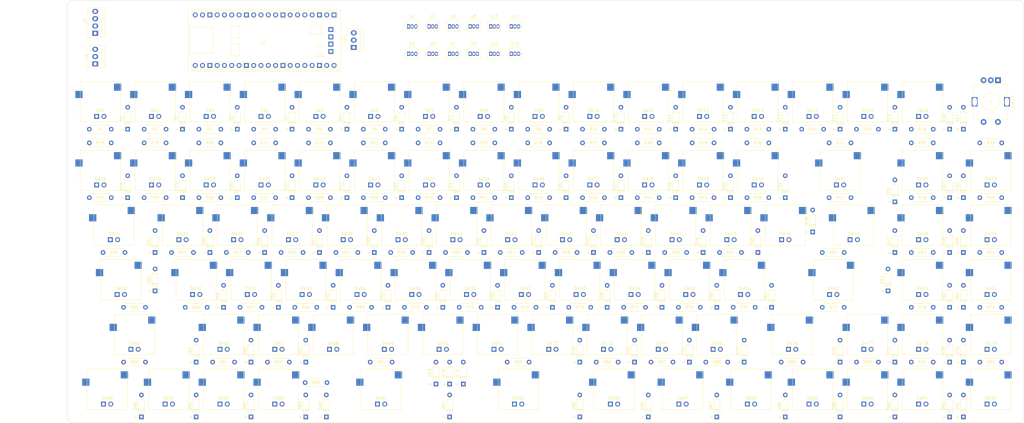
<source format=kicad_pcb>
(kicad_pcb (version 20211014) (generator pcbnew)
  (layers (0 "F.Cu" signal) (31 "B.Cu" signal) (34 "B.Paste" user) (35 "F.Paste" user) (36 "B.SilkS" user "B.Silkscreen") (37 "F.SilkS" user "F.Silkscreen") (38 "B.Mask" user) (39 "F.Mask" user) (44 "Edge.Cuts" user))
  (net 0 "")
  (net 1 "/row0")
  (net 2 "Net-(D1-Pad2)")
  (net 3 "Net-(D2-Pad2)")
  (net 4 "Net-(D3-Pad2)")
  (net 5 "Net-(D4-Pad2)")
  (net 6 "Net-(D5-Pad2)")
  (net 7 "Net-(D6-Pad2)")
  (net 8 "Net-(D7-Pad2)")
  (net 9 "Net-(D8-Pad2)")
  (net 10 "Net-(D9-Pad2)")
  (net 11 "Net-(D10-Pad2)")
  (net 12 "Net-(D11-Pad2)")
  (net 13 "Net-(D12-Pad2)")
  (net 14 "Net-(D13-Pad2)")
  (net 15 "Net-(D14-Pad2)")
  (net 16 "Net-(D15-Pad2)")
  (net 17 "Net-(D16-Pad2)")
  (net 18 "Net-(D17-Pad2)")
  (net 19 "/row1")
  (net 20 "Net-(D18-Pad2)")
  (net 21 "Net-(D19-Pad2)")
  (net 22 "Net-(D20-Pad2)")
  (net 23 "Net-(D21-Pad2)")
  (net 24 "Net-(D22-Pad2)")
  (net 25 "Net-(D23-Pad2)")
  (net 26 "Net-(D24-Pad2)")
  (net 27 "Net-(D25-Pad2)")
  (net 28 "Net-(D26-Pad2)")
  (net 29 "Net-(D27-Pad2)")
  (net 30 "Net-(D28-Pad2)")
  (net 31 "Net-(D29-Pad2)")
  (net 32 "Net-(D30-Pad2)")
  (net 33 "Net-(D31-Pad2)")
  (net 34 "Net-(D32-Pad2)")
  (net 35 "Net-(D33-Pad2)")
  (net 36 "/row2")
  (net 37 "Net-(D34-Pad2)")
  (net 38 "Net-(D35-Pad2)")
  (net 39 "Net-(D36-Pad2)")
  (net 40 "Net-(D37-Pad2)")
  (net 41 "Net-(D38-Pad2)")
  (net 42 "Net-(D39-Pad2)")
  (net 43 "Net-(D40-Pad2)")
  (net 44 "Net-(D41-Pad2)")
  (net 45 "Net-(D42-Pad2)")
  (net 46 "Net-(D43-Pad2)")
  (net 47 "Net-(D44-Pad2)")
  (net 48 "Net-(D45-Pad2)")
  (net 49 "Net-(D46-Pad2)")
  (net 50 "Net-(D47-Pad2)")
  (net 51 "Net-(D48-Pad2)")
  (net 52 "Net-(D49-Pad2)")
  (net 53 "/row3")
  (net 54 "Net-(D50-Pad2)")
  (net 55 "Net-(D51-Pad2)")
  (net 56 "Net-(D52-Pad2)")
  (net 57 "Net-(D53-Pad2)")
  (net 58 "Net-(D54-Pad2)")
  (net 59 "Net-(D55-Pad2)")
  (net 60 "Net-(D56-Pad2)")
  (net 61 "Net-(D57-Pad2)")
  (net 62 "Net-(D58-Pad2)")
  (net 63 "Net-(D59-Pad2)")
  (net 64 "Net-(D60-Pad2)")
  (net 65 "Net-(D61-Pad2)")
  (net 66 "Net-(D62-Pad2)")
  (net 67 "Net-(D63-Pad2)")
  (net 68 "Net-(D64-Pad2)")
  (net 69 "/row4")
  (net 70 "Net-(D65-Pad2)")
  (net 71 "Net-(D66-Pad2)")
  (net 72 "Net-(D67-Pad2)")
  (net 73 "Net-(D68-Pad2)")
  (net 74 "Net-(D69-Pad2)")
  (net 75 "Net-(D70-Pad2)")
  (net 76 "Net-(D71-Pad2)")
  (net 77 "Net-(D72-Pad2)")
  (net 78 "Net-(D73-Pad2)")
  (net 79 "Net-(D74-Pad2)")
  (net 80 "Net-(D75-Pad2)")
  (net 81 "Net-(D76-Pad2)")
  (net 82 "Net-(D77-Pad2)")
  (net 83 "Net-(D78-Pad2)")
  (net 84 "Net-(D79-Pad2)")
  (net 85 "/row5")
  (net 86 "Net-(D80-Pad2)")
  (net 87 "Net-(D81-Pad2)")
  (net 88 "Net-(D82-Pad2)")
  (net 89 "Net-(D83-Pad2)")
  (net 90 "Net-(D84-Pad2)")
  (net 91 "Net-(D85-Pad2)")
  (net 92 "Net-(D86-Pad2)")
  (net 93 "Net-(D87-Pad2)")
  (net 94 "Net-(D88-Pad2)")
  (net 95 "Net-(D89-Pad2)")
  (net 96 "Net-(D90-Pad2)")
  (net 97 "Net-(D91-Pad2)")
  (net 98 "Net-(D92-Pad2)")
  (net 99 "/LED_0_OUT")
  (net 100 "Net-(R1-Pad2)")
  (net 101 "Net-(R2-Pad2)")
  (net 102 "Net-(R3-Pad2)")
  (net 103 "Net-(R4-Pad2)")
  (net 104 "Net-(R5-Pad2)")
  (net 105 "Net-(R6-Pad2)")
  (net 106 "Net-(R7-Pad2)")
  (net 107 "Net-(R8-Pad2)")
  (net 108 "Net-(R9-Pad2)")
  (net 109 "Net-(R10-Pad2)")
  (net 110 "Net-(R11-Pad2)")
  (net 111 "Net-(R12-Pad2)")
  (net 112 "Net-(R13-Pad2)")
  (net 113 "Net-(R14-Pad2)")
  (net 114 "Net-(R15-Pad2)")
  (net 115 "/LED_1_OUT")
  (net 116 "Net-(R16-Pad2)")
  (net 117 "Net-(R18-Pad2)")
  (net 118 "Net-(R19-Pad2)")
  (net 119 "Net-(R20-Pad2)")
  (net 120 "Net-(R21-Pad2)")
  (net 121 "Net-(R22-Pad2)")
  (net 122 "Net-(R23-Pad2)")
  (net 123 "Net-(R24-Pad2)")
  (net 124 "Net-(R25-Pad2)")
  (net 125 "Net-(R26-Pad2)")
  (net 126 "Net-(R27-Pad2)")
  (net 127 "Net-(R28-Pad2)")
  (net 128 "Net-(R29-Pad2)")
  (net 129 "Net-(R30-Pad2)")
  (net 130 "Net-(R31-Pad2)")
  (net 131 "Net-(R32-Pad2)")
  (net 132 "/LED_2_OUT")
  (net 133 "Net-(R33-Pad2)")
  (net 134 "/LED_3_OUT")
  (net 135 "Net-(R34-Pad2)")
  (net 136 "Net-(R35-Pad2)")
  (net 137 "Net-(R36-Pad2)")
  (net 138 "Net-(R37-Pad2)")
  (net 139 "Net-(R38-Pad2)")
  (net 140 "Net-(R39-Pad2)")
  (net 141 "Net-(R40-Pad2)")
  (net 142 "Net-(R41-Pad2)")
  (net 143 "Net-(R42-Pad2)")
  (net 144 "Net-(R43-Pad2)")
  (net 145 "Net-(R44-Pad2)")
  (net 146 "Net-(R45-Pad2)")
  (net 147 "Net-(R46-Pad2)")
  (net 148 "Net-(R47-Pad2)")
  (net 149 "Net-(R48-Pad2)")
  (net 150 "Net-(R49-Pad2)")
  (net 151 "Net-(R50-Pad2)")
  (net 152 "Net-(R51-Pad2)")
  (net 153 "Net-(R52-Pad2)")
  (net 154 "Net-(R53-Pad2)")
  (net 155 "Net-(R54-Pad2)")
  (net 156 "Net-(R55-Pad2)")
  (net 157 "Net-(R56-Pad2)")
  (net 158 "Net-(R57-Pad2)")
  (net 159 "Net-(R58-Pad2)")
  (net 160 "Net-(R59-Pad2)")
  (net 161 "Net-(R60-Pad2)")
  (net 162 "Net-(R61-Pad2)")
  (net 163 "Net-(R62-Pad2)")
  (net 164 "/LED_4_OUT")
  (net 165 "Net-(R63-Pad2)")
  (net 166 "Net-(R64-Pad2)")
  (net 167 "/LED_5_OUT")
  (net 168 "Net-(R65-Pad2)")
  (net 169 "Net-(R66-Pad2)")
  (net 170 "Net-(R67-Pad2)")
  (net 171 "Net-(R68-Pad2)")
  (net 172 "Net-(R69-Pad2)")
  (net 173 "Net-(R70-Pad2)")
  (net 174 "Net-(R71-Pad2)")
  (net 175 "Net-(R72-Pad2)")
  (net 176 "Net-(R73-Pad2)")
  (net 177 "Net-(R74-Pad2)")
  (net 178 "Net-(R75-Pad2)")
  (net 179 "Net-(R76-Pad2)")
  (net 180 "Net-(R77-Pad2)")
  (net 181 "Net-(R78-Pad2)")
  (net 182 "Net-(R79-Pad2)")
  (net 183 "Net-(R80-Pad2)")
  (net 184 "Net-(R81-Pad2)")
  (net 185 "Net-(R82-Pad2)")
  (net 186 "Net-(R83-Pad2)")
  (net 187 "Net-(R84-Pad2)")
  (net 188 "Net-(R85-Pad2)")
  (net 189 "Net-(R86-Pad2)")
  (net 190 "Net-(R87-Pad2)")
  (net 191 "Net-(R88-Pad2)")
  (net 192 "Net-(R89-Pad2)")
  (net 193 "Net-(R90-Pad2)")
  (net 194 "Net-(R91-Pad2)")
  (net 195 "Net-(R92-Pad2)")
  (net 196 "/col0")
  (net 197 "/LED_0_IN")
  (net 198 "/col1")
  (net 199 "/col2")
  (net 200 "/col3")
  (net 201 "/col4")
  (net 202 "/col5")
  (net 203 "/col6")
  (net 204 "/col7")
  (net 205 "/col8")
  (net 206 "/col9")
  (net 207 "/col10")
  (net 208 "/col11")
  (net 209 "Net-(SW13-Pad2)")
  (net 210 "/col13")
  (net 211 "/col14")
  (net 212 "/col15")
  (net 213 "/LED_1_IN")
  (net 214 "/EncoderA")
  (net 215 "/EncoderB")
  (net 216 "GND")
  (net 217 "/col16")
  (net 218 "/LED_2_IN")
  (net 219 "/LED_3_IN")
  (net 220 "/LED_4_IN")
  (net 221 "/LED_5_IN")
  (net 222 "/RGB_DATA")
  (net 223 "/LED_CONTROL")
  (net 224 "/UART_CONNECT")
  (net 225 "/ADC_VREF")
  (net 226 "/3V3")
  (net 227 "/VSYS")
  (net 228 "/VBUS")
  (footprint "Diode_THT:D_DO-35_SOD27_P7.62mm_Horizontal" (layer "F.Cu") (at 250.03125 221.45625 90)
    (fp_text reference "D86")
    (fp_text value "1N4148")
  )
  (footprint "edited_footprints:R_Axial_DIN0207_L6.3mEDIT_m_D2.5mm_P7.62mm_Horizontal" (layer "F.Cu") (at 269.08125 126.20625 180)
    (fp_text reference "R29")
    (fp_text value "RLED")
  )
  (footprint "edited_footprints:R_Axial_DIN0207_L6.3mEDIT_m_D2.5mm_P7.62mm_Horizontal" (layer "F.Cu") (at 183.35625 164.30625 180)
    (fp_text reference "R56")
    (fp_text value "RLED")
  )
  (footprint "edited_footprints:R_Axial_DIN0207_L6.3mEDIT_m_D2.5mm_P7.62mm_Horizontal" (layer "F.Cu") (at 369.09375 145.25625 180)
    (fp_text reference "R49")
    (fp_text value "RLED")
  )
  (footprint "Diode_THT:D_DO-35_SOD27_P7.62mm_Horizontal" (layer "F.Cu") (at 316.70625 202.40625 90)
    (fp_text reference "D76")
    (fp_text value "1N4148")
  )
  (footprint "Diode_THT:D_DO-35_SOD27_P7.62mm_Horizontal" (layer "F.Cu") (at 278.60625 121.44375 90)
    (fp_text reference "D12")
    (fp_text value "1N4148")
  )
  (footprint "CherrryMX_PCB_Kailh_LED:CherryMX_1.00u_PCB_KailhSocket_LED" (layer "F.Cu") (at 297.65625 154.78125)
    (fp_text reference "SW46")
    (fp_text value "CherryMX_LED")
  )
  (footprint "Diode_THT:D_DO-35_SOD27_P7.62mm_Horizontal" (layer "F.Cu") (at 359.56875 183.35625 90)
    (fp_text reference "D64")
    (fp_text value "1N4148")
  )
  (footprint "Diode_THT:D_DO-35_SOD27_P7.62mm_Horizontal" (layer "F.Cu") (at 221.45625 145.25625 90)
    (fp_text reference "D26")
    (fp_text value "1N4148")
  )
  (footprint "Diode_THT:D_DO-35_SOD27_P7.62mm_Horizontal" (layer "F.Cu") (at 250.03125 164.30625 90)
    (fp_text reference "D43")
    (fp_text value "1N4148")
  )
  (footprint "Diode_THT:D_DO-35_SOD27_P7.62mm_Horizontal" (layer "F.Cu") (at 278.60625 145.25625 90)
    (fp_text reference "D29")
    (fp_text value "1N4148")
  )
  (footprint "edited_footprints:R_Axial_DIN0207_L6.3mEDIT_m_D2.5mm_P7.62mm_Horizontal" (layer "F.Cu") (at 269.08125 121.44375 180)
    (fp_text reference "R12")
    (fp_text value "RLED")
  )
  (footprint "Diode_THT:D_DO-35_SOD27_P7.62mm_Horizontal" (layer "F.Cu") (at 359.56875 221.45625 90)
    (fp_text reference "D92")
    (fp_text value "1N4148")
  )
  (footprint "Diode_THT:D_DO-35_SOD27_P7.62mm_Horizontal" (layer "F.Cu") (at 226.21875 202.40625 90)
    (fp_text reference "D72")
    (fp_text value "1N4148")
  )
  (footprint "Diode_THT:D_DO-35_SOD27_P7.62mm_Horizontal" (layer "F.Cu") (at 202.40625 145.25625 90)
    (fp_text reference "D25")
    (fp_text value "1N4148")
  )
  (footprint "Diode_THT:D_DO-35_SOD27_P7.62mm_Horizontal" (layer "F.Cu") (at 176.2125 210.02625 90)
    (fp_text reference "D69")
    (fp_text value "1N4148")
  )
  (footprint "edited_footprints:R_Axial_DIN0207_L6.3mEDIT_m_D2.5mm_P7.62mm_Horizontal" (layer "F.Cu") (at 207.16875 183.35625 180)
    (fp_text reference "R72")
    (fp_text value "RLED")
  )
  (footprint "Diode_THT:D_DO-35_SOD27_P7.62mm_Horizontal" (layer "F.Cu") (at 335.75625 121.44375 90)
    (fp_text reference "D15")
    (fp_text value "1N4148")
  )
  (footprint "edited_footprints:R_Axial_DIN0207_L6.3mEDIT_m_D2.5mm_P7.62mm_Horizontal" (layer "F.Cu") (at 78.58125 126.20625 180)
    (fp_text reference "R19")
    (fp_text value "RLED")
  )
  (footprint "Diode_THT:D_DO-35_SOD27_P7.62mm_Horizontal" (layer "F.Cu") (at 211.93125 164.30625 90)
    (fp_text reference "D41")
    (fp_text value "1N4148")
  )
  (footprint "CherrryMX_PCB_Kailh_LED:CherryMX_1.00u_PCB_KailhSocket_LED" (layer "F.Cu") (at 154.78125 111.91875)
    (fp_text reference "SW6")
    (fp_text value "CherryMX_LED")
  )
  (footprint "CherrryMX_PCB_Kailh_LED:CherryMX_1.00u_PCB_KailhSocket_LED" (layer "F.Cu") (at 369.09375 154.78125)
    (fp_text reference "SW49")
    (fp_text value "CherryMX_LED")
  )
  (footprint "edited_footprints:R_Axial_DIN0207_L6.3mEDIT_m_D2.5mm_P7.62mm_Horizontal" (layer "F.Cu") (at 259.55625 164.30625 180)
    (fp_text reference "R60")
    (fp_text value "RLED")
  )
  (footprint "edited_footprints:R_Axial_DIN0207_L6.3mEDIT_m_D2.5mm_P7.62mm_Horizontal" (layer "F.Cu") (at 188.11875 183.35625 180)
    (fp_text reference "R71")
    (fp_text value "RLED")
  )
  (footprint "Diode_THT:D_DO-35_SOD27_P7.62mm_Horizontal" (layer "F.Cu") (at 69.05625 121.44375 90)
    (fp_text reference "D1")
    (fp_text value "1N4148")
  )
  (footprint "Diode_THT:D_DO-35_SOD27_P7.62mm_Horizontal" (layer "F.Cu") (at 240.50625 145.25625 90)
    (fp_text reference "D27")
    (fp_text value "1N4148")
  )
  (footprint "edited_footprints:R_Axial_DIN0207_L6.3mEDIT_m_D2.5mm_P7.62mm_Horizontal" (layer "F.Cu") (at 154.78125 126.20625 180)
    (fp_text reference "R23")
    (fp_text value "RLED")
  )
  (footprint "edited_footprints:R_Axial_DIN0207_L6.3mEDIT_m_D2.5mm_P7.62mm_Horizontal" (layer "F.Cu") (at 164.30625 164.30625 180)
    (fp_text reference "R55")
    (fp_text value "RLED")
  )
  (footprint "edited_footprints:R_Axial_DIN0207_L6.3mEDIT_m_D2.5mm_P7.62mm_Horizontal" (layer "F.Cu") (at 221.45625 164.30625 180)
    (fp_text reference "R58")
    (fp_text value "RLED")
  )
  (footprint "edited_footprints:R_Axial_DIN0207_L6.3mEDIT_m_D2.5mm_P7.62mm_Horizontal" (layer "F.Cu") (at 173.83125 145.25625 180)
    (fp_text reference "R40")
    (fp_text value "RLED")
  )
  (footprint "edited_footprints:R_Axial_DIN0207_L6.3mEDIT_m_D2.5mm_P7.62mm_Horizontal" (layer "F.Cu") (at 135.73125 145.25625 180)
    (fp_text reference "R38")
    (fp_text value "RLED")
  )
  (footprint "CherrryMX_PCB_Kailh_LED:CherryMX_1.00u_PCB_KailhSocket_LED" (layer "F.Cu") (at 245.26875 173.83125)
    (fp_text reference "SW59")
    (fp_text value "CherryMX_LED")
  )
  (footprint "edited_footprints:R_Axial_DIN0207_L6.3mEDIT_m_D2.5mm_P7.62mm_Horizontal" (layer "F.Cu") (at 288.13125 126.20625 180)
    (fp_text reference "R30")
    (fp_text value "RLED")
  )
  (footprint "edited_footprints:R_Axial_DIN0207_L6.3mEDIT_m_D2.5mm_P7.62mm_Horizontal" (layer "F.Cu") (at 97.63125 126.20625 180)
    (fp_text reference "R20")
    (fp_text value "RLED")
  )
  (footprint "Diode_THT:D_DO-35_SOD27_P7.62mm_Horizontal" (layer "F.Cu") (at 180.975 210.02625 90)
    (fp_text reference "D70")
    (fp_text value "1N4148")
  )
  (footprint "CherrryMX_PCB_Kailh_LED:CherryMX_1.00u_PCB_KailhSocket_LED" (layer "F.Cu") (at 221.45625 154.78125)
    (fp_text reference "SW42")
    (fp_text value "CherryMX_LED")
  )
  (footprint "CherrryMX_PCB_Kailh_LED:CherryMX_1.00u_PCB_KailhSocket_LED" (layer "F.Cu") (at 59.53125 111.91875)
    (fp_text reference "SW1")
    (fp_text value "CherryMX_LED")
  )
  (footprint "Diode_THT:D_DO-35_SOD27_P7.62mm_Horizontal" (layer "F.Cu") (at 78.58125 177.64125 90)
    (fp_text reference "D50")
    (fp_text value "1N4148")
  )
  (footprint "Diode_THT:D_DO-35_SOD27_P7.62mm_Horizontal" (layer "F.Cu") (at 173.83125 164.30625 90)
    (fp_text reference "D39")
    (fp_text value "1N4148")
  )
  (footprint "Diode_THT:D_DO-35_SOD27_P7.62mm_Horizontal" (layer "F.Cu") (at 354.80625 164.30625 90)
    (fp_text reference "D48")
    (fp_text value "1N4148")
  )
  (footprint "CherrryMX_PCB_Kailh_LED:CherryMX_1.00u_PCB_KailhSocket_LED" (layer "F.Cu") (at 102.39375 192.88125)
    (fp_text reference "SW66")
    (fp_text value "CherryMX_LED")
  )
  (footprint "CherrryMX_PCB_Kailh_LED:CherryMX_1.00u_PCB_KailhSocket_LED" (layer "F.Cu") (at 307.18125 111.91875)
    (fp_text reference "SW14")
    (fp_text value "CherryMX_LED")
  )
  (footprint "edited_footprints:R_Axial_DIN0207_L6.3mEDIT_m_D2.5mm_P7.62mm_Horizontal" (layer "F.Cu") (at 64.29375 164.30625 180)
    (fp_text reference "R50")
    (fp_text value "RLED")
  )
  (footprint "CherrryMX_PCB_Kailh_LED:CherryMX_1.00u_PCB_KailhSocket_LED" (layer "F.Cu") (at 116.68125 135.73125)
    (fp_text reference "SW21")
    (fp_text value "CherryMX_LED")
  )
  (footprint "Diode_THT:D_DO-35_SOD27_P7.62mm_Horizontal" (layer "F.Cu") (at 335.75625 221.45625 90)
    (fp_text reference "D90")
    (fp_text value "1N4148")
  )
  (footprint "Diode_THT:D_DO-35_SOD27_P7.62mm_Horizontal" (layer "F.Cu") (at 154.78125 164.30625 90)
    (fp_text reference "D38")
    (fp_text value "1N4148")
  )
  (footprint "edited_footprints:R_Axial_DIN0207_L6.3mEDIT_m_D2.5mm_P7.62mm_Horizontal" (layer "F.Cu") (at 135.73125 126.20625 180)
    (fp_text reference "R22")
    (fp_text value "RLED")
  )
  (footprint "CherrryMX_PCB_Kailh_LED:CherryMX_1.00u_PCB_KailhSocket_LED" (layer "F.Cu") (at 230.98125 135.73125)
    (fp_text reference "SW27")
    (fp_text value "CherryMX_LED")
  )
  (footprint "edited_footprints:R_Axial_DIN0207_L6.3mEDIT_m_D2.5mm_P7.62mm_Horizontal" (layer "F.Cu") (at 97.63125 121.44375 180)
    (fp_text reference "R3")
    (fp_text value "RLED")
  )
  (footprint "edited_footprints:R_Axial_DIN0207_L6.3mEDIT_m_D2.5mm_P7.62mm_Horizontal" (layer "F.Cu") (at 211.93125 121.44375 180)
    (fp_text reference "R9")
    (fp_text value "RLED")
  )
  (footprint "CherrryMX_PCB_Kailh_LED:CherryMX_1.00u_PCB_KailhSocket_LED" (layer "F.Cu") (at 250.03125 135.73125)
    (fp_text reference "SW28")
    (fp_text value "CherryMX_LED")
  )
  (footprint "edited_footprints:R_Axial_DIN0207_L6.3mEDIT_m_D2.5mm_P7.62mm_Horizontal" (layer "F.Cu") (at 154.78125 121.44375 180)
    (fp_text reference "R6")
    (fp_text value "RLED")
  )
  (footprint "edited_footprints:R_Axial_DIN0207_L6.3mEDIT_m_D2.5mm_P7.62mm_Horizontal" (layer "F.Cu") (at 314.325 164.30625 180)
    (fp_text reference "R62")
    (fp_text value "RLED")
  )
  (footprint "WeAct-RP2040-Pico:WeAct-RP2040-Pico" (layer "F.Cu") (at 116.68125 90.4875 90)
    (fp_text reference "U1")
    (fp_text value "WeAct-RP2040-Pico")
  )
  (footprint "CherrryMX_PCB_Kailh_LED:CherryMX_1.00u_PCB_KailhSocket_LED" (layer "F.Cu") (at 173.83125 111.91875)
    (fp_text reference "SW7")
    (fp_text value "CherryMX_LED")
  )
  (footprint "edited_footprints:R_Axial_DIN0207_L6.3mEDIT_m_D2.5mm_P7.62mm_Horizontal" (layer "F.Cu") (at 345.28125 121.44375 180)
    (fp_text reference "R16")
    (fp_text value "RLED")
  )
  (footprint "edited_footprints:R_Axial_DIN0207_L6.3mEDIT_m_D2.5mm_P7.62mm_Horizontal" (layer "F.Cu") (at 116.68125 121.44375 180)
    (fp_text reference "R4")
    (fp_text value "RLED")
  )
  (footprint "Diode_THT:D_DO-35_SOD27_P7.62mm_Horizontal" (layer "F.Cu") (at 259.55625 121.44375 90)
    (fp_text reference "D11")
    (fp_text value "1N4148")
  )
  (footprint "Package_TO_SOT_THT:TO-92L_Inline" (layer "F.Cu") (at 188.11875 95.25)
    (fp_text reference "U9")
    (fp_text value "MC34064P")
  )
  (footprint "Diode_THT:D_DO-35_SOD27_P7.62mm_Horizontal" (layer "F.Cu") (at 354.80625 202.40625 90)
    (fp_text reference "D78")
    (fp_text value "1N4148")
  )
  (footprint "edited_footprints:R_Axial_DIN0207_L6.3mEDIT_m_D2.5mm_P7.62mm_Horizontal" (layer "F.Cu") (at 169.06875 183.35625 180)
    (fp_text reference "R70")
    (fp_text value "RLED")
  )
  (footprint "edited_footprints:R_Axial_DIN0207_L6.3mEDIT_m_D2.5mm_P7.62mm_Horizontal" (layer "F.Cu") (at 316.70625 145.25625 180)
    (fp_text reference "R47")
    (fp_text value "RLED")
  )
  (footprint "CherrryMX_PCB_Kailh_LED:CherryMX_1.00u_PCB_KailhSocket_LED" (layer "F.Cu") (at 78.58125 111.91875)
    (fp_text reference "SW2")
    (fp_text value "CherryMX_LED")
  )
  (footprint "edited_footprints:R_Axial_DIN0207_L6.3mEDIT_m_D2.5mm_P7.62mm_Horizontal" (layer "F.Cu") (at 202.40625 164.30625 180)
    (fp_text reference "R57")
    (fp_text value "RLED")
  )
  (footprint "edited_footprints:R_Axial_DIN0207_L6.3mEDIT_m_D2.5mm_P7.62mm_Horizontal" (layer "F.Cu") (at 316.70625 126.20625 180)
    (fp_text reference "R31")
    (fp_text value "RLED")
  )
  (footprint "Diode_THT:D_DO-35_SOD27_P7.62mm_Horizontal" (layer "F.Cu") (at 297.65625 121.44375 90)
    (fp_text reference "D13")
    (fp_text value "1N4148")
  )
  (footprint "Diode_THT:D_DO-35_SOD27_P7.62mm_Horizontal" (layer "F.Cu") (at 185.7375 210.02625 90)
    (fp_text reference "D71")
    (fp_text value "1N4148")
  )
  (footprint "Diode_THT:D_DO-35_SOD27_P7.62mm_Horizontal" (layer "F.Cu") (at 316.70625 121.44375 90)
    (fp_text reference "D14")
    (fp_text value "1N4148")
  )
  (footprint "edited_footprints:R_Axial_DIN0207_L6.3mEDIT_m_D2.5mm_P7.62mm_Horizontal" (layer "F.Cu") (at 126.20625 164.30625 180)
    (fp_text reference "R53")
    (fp_text value "RLED")
  )
  (footprint "CherrryMX_PCB_Kailh_LED:CherryMX_1.00u_PCB_KailhSocket_LED" (layer "F.Cu") (at 278.60625 154.78125)
    (fp_text reference "SW45")
    (fp_text value "CherryMX_LED")
  )
  (footprint "CherrryMX_PCB_Kailh_LED:CherryMX_1.00u_PCB_KailhSocket_LED" (layer "F.Cu") (at 345.28125 211.93125)
    (fp_text reference "SW91")
    (fp_text value "CherryMX_LED")
  )
  (footprint "Diode_THT:D_DO-35_SOD27_P7.62mm_Horizontal" (layer "F.Cu") (at 240.50625 121.44375 90)
    (fp_text reference "D10")
    (fp_text value "1N4148")
  )
  (footprint "edited_footprints:R_Axial_DIN0207_L6.3mEDIT_m_D2.5mm_P7.62mm_Horizontal" (layer "F.Cu") (at 326.23125 121.44375 180)
    (fp_text reference "R15")
    (fp_text value "RLED")
  )
  (footprint "edited_footprints:R_Axial_DIN0207_L6.3mEDIT_m_D2.5mm_P7.62mm_Horizontal" (layer "F.Cu") (at 230.98125 126.20625 180)
    (fp_text reference "R27")
    (fp_text value "RLED")
  )
  (footprint "Diode_THT:D_DO-35_SOD27_P7.62mm_Horizontal" (layer "F.Cu") (at 183.35625 121.44375 90)
    (fp_text reference "D7")
    (fp_text value "1N4148")
  )
  (footprint "CherrryMX_PCB_Kailh_LED:CherryMX_1.00u_PCB_KailhSocket_LED" (layer "F.Cu") (at 135.73125 111.91875)
    (fp_text reference "SW5")
    (fp_text value "CherryMX_LED")
  )
  (footprint "CherrryMX_PCB_Kailh_LED:CherryMX_1.00u_PCB_KailhSocket_LED" (layer "F.Cu") (at 250.03125 111.91875)
    (fp_text reference "SW11")
    (fp_text value "CherryMX_LED")
  )
  (footprint "edited_footprints:R_Axial_DIN0207_L6.3mEDIT_m_D2.5mm_P7.62mm_Horizontal" (layer "F.Cu") (at 230.98125 121.44375 180)
    (fp_text reference "R10")
    (fp_text value "RLED")
  )
  (footprint "edited_footprints:R_Axial_DIN0207_L6.3mEDIT_m_D2.5mm_P7.62mm_Horizontal" (layer "F.Cu") (at 102.39375 202.40625 180)
    (fp_text reference "R81")
    (fp_text value "RLED")
  )
  (footprint "edited_footprints:R_Axial_DIN0207_L6.3mEDIT_m_D2.5mm_P7.62mm_Horizontal" (layer "F.Cu") (at 314.325 183.35625 180)
    (fp_text reference "R77")
    (fp_text value "RLED")
  )
  (footprint "edited_footprints:R_Axial_DIN0207_L6.3mEDIT_m_D2.5mm_P7.62mm_Horizontal" (layer "F.Cu") (at 278.60625 164.30625 180)
    (fp_text reference "R61")
    (fp_text value "RLED")
  )
  (footprint "CherrryMX_PCB_Kailh_LED:CherryMX_1.00u_PCB_KailhSocket_LED" (layer "F.Cu") (at 202.40625 154.78125)
    (fp_text reference "SW41")
    (fp_text value "CherryMX_LED")
  )
  (footprint "Diode_THT:D_DO-35_SOD27_P7.62mm_Horizontal" (layer "F.Cu") (at 216.69375 183.35625 90)
    (fp_text reference "D57")
    (fp_text value "1N4148")
  )
  (footprint "CherrryMX_PCB_Kailh_LED:CherryMX_1.00u_PCB_KailhSocket_LED" (layer "F.Cu") (at 135.73125 135.73125)
    (fp_text reference "SW22")
    (fp_text value "CherryMX_LED")
  )
  (footprint "CherrryMX_PCB_Kailh_LED:CherryMX_1.00u_PCB_KailhSocket_LED" (layer "F.Cu") (at 111.91875 173.83125)
    (fp_text reference "SW52")
    (fp_text value "CherryMX_LED")
  )
  (footprint "CherrryMX_PCB_Kailh_LED:CherryMX_1.75u_PCB_KailhSocket_LED" (layer "F.Cu") (at 66.675 173.83125)
    (fp_text reference "SW50")
    (fp_text value "CherryMX_LED")
  )
  (footprint "edited_footprints:R_Axial_DIN0207_L6.3mEDIT_m_D2.5mm_P7.62mm_Horizontal" (layer "F.Cu") (at 134.54375 209.54375 180)
    (fp_text reference "R83")
    (fp_text value "RLED")
  )
  (footprint "Diode_THT:D_DO-35_SOD27_P7.62mm_Horizontal" (layer "F.Cu") (at 359.56875 121.44375 90)
    (fp_text reference "D17")
    (fp_text value "1N4148")
  )
  (footprint "CherrryMX_PCB_Kailh_LED:CherryMX_1.00u_PCB_KailhSocket_LED" (layer "F.Cu") (at 326.23125 211.93125)
    (fp_text reference "SW90")
    (fp_text value "CherryMX_LED")
  )
  (footprint "Diode_THT:D_DO-35_SOD27_P7.62mm_Horizontal" (layer "F.Cu") (at 354.80625 145.25625 90)
    (fp_text reference "D32")
    (fp_text value "1N4148")
  )
  (footprint "edited_footprints:R_Axial_DIN0207_L6.3mEDIT_m_D2.5mm_P7.62mm_Horizontal" (layer "F.Cu") (at 59.53125 126.20625 180)
    (fp_text reference "R18")
    (fp_text value "RLED")
  )
  (footprint "Diode_THT:D_DO-35_SOD27_P7.62mm_Horizontal" (layer "F.Cu") (at 245.26875 202.40625 90)
    (fp_text reference "D73")
    (fp_text value "1N4148")
  )
  (footprint "edited_footprints:R_Axial_DIN0207_L6.3mEDIT_m_D2.5mm_P7.62mm_Horizontal" (layer "F.Cu") (at 107.15625 164.30625 180)
    (fp_text reference "R52")
    (fp_text value "RLED")
  )
  (footprint "Diode_THT:D_DO-35_SOD27_P7.62mm_Horizontal" (layer "F.Cu") (at 316.70625 221.45625 90)
    (fp_text reference "D89")
    (fp_text value "1N4148")
  )
  (footprint "Diode_THT:D_DO-35_SOD27_P7.62mm_Horizontal" (layer "F.Cu") (at 335.75625 146.685 90)
    (fp_text reference "D31")
    (fp_text value "1N4148")
  )
  (footprint "Diode_THT:D_DO-35_SOD27_P7.62mm_Horizontal" (layer "F.Cu") (at 354.80625 183.35625 90)
    (fp_text reference "D63")
    (fp_text value "1N4148")
  )
  (footprint "Diode_THT:D_DO-35_SOD27_P7.62mm_Horizontal" (layer "F.Cu") (at 264.31875 202.40625 90)
    (fp_text reference "D74")
    (fp_text value "1N4148")
  )
  (footprint "Diode_THT:D_DO-35_SOD27_P7.62mm_Horizontal" (layer "F.Cu") (at 180.975 221.45625 90)
    (fp_text reference "D84")
    (fp_text value "1N4148")
  )
  (footprint "Diode_THT:D_DO-35_SOD27_P7.62mm_Horizontal" (layer "F.Cu") (at 121.44375 183.35625 90)
    (fp_text reference "D52")
    (fp_text value "1N4148")
  )
  (footprint "CherrryMX_PCB_Kailh_LED:CherryMX_1.00u_PCB_KailhSocket_LED" (layer "F.Cu") (at 78.58125 135.73125)
    (fp_text reference "SW19")
    (fp_text value "CherryMX_LED")
  )
  (footprint "Diode_THT:D_DO-35_SOD27_P7.62mm_Horizontal" (layer "F.Cu") (at 140.49375 183.35625 90)
    (fp_text reference "D53")
    (fp_text value "1N4148")
  )
  (footprint "CherrryMX_PCB_Kailh_LED:CherryMX_1.00u_PCB_KailhSocket_LED" (layer "F.Cu") (at 140.49375 192.88125)
    (fp_text reference "SW68")
    (fp_text value "CherryMX_LED")
  )
  (footprint "Package_TO_SOT_THT:TO-92L_Inline" (layer "F.Cu") (at 180.975 95.25)
    (fp_text reference "U7")
    (fp_text value "MC34064P")
  )
  (footprint "Package_TO_SOT_THT:TO-92L_Inline" (layer "F.Cu") (at 202.40625 95.25)
    (fp_text reference "U13")
    (fp_text value "MC34064P")
  )
  (footprint "CherrryMX_PCB_Kailh_LED:CherryMX_1.00u_PCB_KailhSocket_LED" (layer "F.Cu") (at 192.88125 111.91875)
    (fp_text reference "SW8")
    (fp_text value "CherryMX_LED")
  )
  (footprint "CherrryMX_PCB_Kailh_LED:CherryMX_1.00u_PCB_KailhSocket_LED" (layer "F.Cu") (at 192.88125 135.73125)
    (fp_text reference "SW25")
    (fp_text value "CherryMX_LED")
  )
  (footprint "CherrryMX_PCB_Kailh_LED:CherryMX_1.00u_PCB_KailhSocket_LED" (layer "F.Cu") (at 130.96875 173.83125)
    (fp_text reference "SW53")
    (fp_text value "CherryMX_LED")
  )
  (footprint "CherrryMX_PCB_Kailh_LED:CherryMX_1.00u_PCB_KailhSocket_LED" (layer "F.Cu") (at 164.30625 154.78125)
    (fp_text reference "SW39")
    (fp_text value "CherryMX_LED")
  )
  (footprint "edited_footprints:R_Axial_DIN0207_L6.3mEDIT_m_D2.5mm_P7.62mm_Horizontal" (layer "F.Cu") (at 250.03125 126.20625 180)
    (fp_text reference "R28")
    (fp_text value "RLED")
  )
  (footprint "Diode_THT:D_DO-35_SOD27_P7.62mm_Horizontal" (layer "F.Cu") (at 288.13125 164.30625 90)
    (fp_text reference "D45")
    (fp_text value "1N4148")
  )
  (footprint "Diode_THT:D_DO-35_SOD27_P7.62mm_Horizontal" (layer "F.Cu") (at 107.15625 145.25625 90)
    (fp_text reference "D20")
    (fp_text value "1N4148")
  )
  (footprint "Diode_THT:D_DO-35_SOD27_P7.62mm_Horizontal" (layer "F.Cu") (at 292.89375 183.35625 90)
    (fp_text reference "D61")
    (fp_text value "1N4148")
  )
  (footprint "edited_footprints:R_Axial_DIN0207_L6.3mEDIT_m_D2.5mm_P7.62mm_Horizontal" (layer "F.Cu") (at 97.63125 145.25625 180)
    (fp_text reference "R36")
    (fp_text value "RLED")
  )
  (footprint "Connector:FanPinHeader_1x03_P2.54mm_Vertical" (layer "F.Cu") (at 57.77625 98.7425 90)
    (fp_text reference "J1")
    (fp_text value "UART breakout for extension board")
  )
  (footprint "edited_footprints:R_Axial_DIN0207_L6.3mEDIT_m_D2.5mm_P7.62mm_Horizontal" (layer "F.Cu") (at 111.91875 183.35625 180)
    (fp_text reference "R67")
    (fp_text value "RLED")
  )
  (footprint "CherrryMX_PCB_Kailh_LED:CherryMX_1.00u_PCB_KailhSocket_LED" (layer "F.Cu") (at 121.44375 211.93125)
    (fp_text reference "SW83")
    (fp_text value "CherryMX_LED")
  )
  (footprint "edited_footprints:R_Axial_DIN0207_L6.3mEDIT_m_D2.5mm_P7.62mm_Horizontal" (layer "F.Cu") (at 116.68125 145.25625 180)
    (fp_text reference "R37")
    (fp_text value "RLED")
  )
  (footprint "edited_footprints:R_Axial_DIN0207_L6.3mEDIT_m_D2.5mm_P7.62mm_Horizontal" (layer "F.Cu") (at 78.58125 121.44375 180)
    (fp_text reference "R2")
    (fp_text value "RLED")
  )
  (footprint "edited_footprints:R_Axial_DIN0207_L6.3mEDIT_m_D2.5mm_P7.62mm_Horizontal" (layer "F.Cu") (at 250.03125 121.44375 180)
    (fp_text reference "R11")
    (fp_text value "RLED")
  )
  (footprint "edited_footprints:R_Axial_DIN0207_L6.3mEDIT_m_D2.5mm_P7.62mm_Horizontal" (layer "F.Cu") (at 192.88125 126.20625 180)
    (fp_text reference "R25")
    (fp_text value "RLED")
  )
  (footprint "Diode_THT:D_DO-35_SOD27_P7.62mm_Horizontal" (layer "F.Cu") (at 197.64375 183.35625 90)
    (fp_text reference "D56")
    (fp_text value "1N4148")
  )
  (footprint "edited_footprints:R_Axial_DIN0207_L6.3mEDIT_m_D2.5mm_P7.62mm_Horizontal" (layer "F.Cu") (at 273.84375 202.40625 180)
    (fp_text reference "R88")
    (fp_text value "RLED")
  )
  (footprint "CherrryMX_PCB_Kailh_LED:CherryMX_1.00u_PCB_KailhSocket_LED" (layer "F.Cu") (at 254.79375 192.88125)
    (fp_text reference "SW74")
    (fp_text value "CherryMX_LED")
  )
  (footprint "Diode_THT:D_DO-35_SOD27_P7.62mm_Horizontal" (layer "F.Cu") (at 202.40625 121.44375 90)
    (fp_text reference "D8")
    (fp_text value "1N4148")
  )
  (footprint "CherrryMX_PCB_Kailh_LED:CherryMX_1.00u_PCB_KailhSocket_LED" (layer "F.Cu") (at 107.15625 154.78125)
    (fp_text reference "SW36")
    (fp_text value "CherryMX_LED")
  )
  (footprint "CherrryMX_PCB_Kailh_LED:CherryMX_1.25u_PCB_KailhSocket_LED" (layer "F.Cu") (at 238.125 211.93125)
    (fp_text reference "SW86")
    (fp_text value "CherryMX_LED")
  )
  (footprint "edited_footprints:R_Axial_DIN0207_L6.3mEDIT_m_D2.5mm_P7.62mm_Horizontal" (layer "F.Cu") (at 264.31875 183.35625 180)
    (fp_text reference "R75")
    (fp_text value "RLED")
  )
  (footprint "Diode_THT:D_DO-35_SOD27_P7.62mm_Horizontal" (layer "F.Cu") (at 164.30625 121.44375 90)
    (fp_text reference "D6")
    (fp_text value "1N4148")
  )
  (footprint "CherrryMX_PCB_Kailh_LED:CherryMX_1.00u_PCB_KailhSocket_LED" (layer "F.Cu") (at 345.28125 135.73125)
    (fp_text reference "SW32")
    (fp_text value "CherryMX_LED")
  )
  (footprint "Diode_THT:D_DO-35_SOD27_P7.62mm_Horizontal" (layer "F.Cu") (at 130.96875 202.40625 90)
    (fp_text reference "D67")
    (fp_text value "1N4148")
  )
  (footprint "edited_footprints:R_Axial_DIN0207_L6.3mEDIT_m_D2.5mm_P7.62mm_Horizontal" (layer "F.Cu") (at 135.73125 121.44375 180)
    (fp_text reference "R5")
    (fp_text value "RLED")
  )
  (footprint "Diode_THT:D_DO-35_SOD27_P7.62mm_Horizontal" (layer "F.Cu") (at 138.1125 221.45625 90)
    (fp_text reference "D68")
    (fp_text value "1N4148")
  )
  (footprint "CherrryMX_PCB_Kailh_LED:CherryMX_1.00u_PCB_KailhSocket_LED" (layer "F.Cu") (at 326.23125 192.88125)
    (fp_text reference "SW77")
    (fp_text value "CherryMX_LED")
  )
  (footprint "CherrryMX_PCB_Kailh_LED:CherryMX_1.75u_PCB_KailhSocket_LED" (layer "F.Cu") (at 300.0375 192.88125)
    (fp_text reference "SW76")
    (fp_text value "CherryMX_LED")
  )
  (footprint "edited_footprints:R_Axial_DIN0207_L6.3mEDIT_m_D2.5mm_P7.62mm_Horizontal" (layer "F.Cu") (at 192.88125 145.25625 180)
    (fp_text reference "R41")
    (fp_text value "RLED")
  )
  (footprint "Diode_THT:D_DO-35_SOD27_P7.62mm_Horizontal" (layer "F.Cu") (at 73.81875 221.45625 90)
    (fp_text reference "D80")
    (fp_text value "1N4148")
  )
  (footprint "Diode_THT:D_DO-35_SOD27_P7.62mm_Horizontal" (layer "F.Cu") (at 230.98125 164.30625 90)
    (fp_text reference "D42")
    (fp_text value "1N4148")
  )
  (footprint "edited_footprints:R_Axial_DIN0207_L6.3mEDIT_m_D2.5mm_P7.62mm_Horizontal" (layer "F.Cu") (at 121.44375 202.40625 180)
    (fp_text reference "R82")
    (fp_text value "RLED")
  )
  (footprint "Diode_THT:D_DO-35_SOD27_P7.62mm_Horizontal" (layer "F.Cu") (at 92.86875 221.45625 90)
    (fp_text reference "D81")
    (fp_text value "1N4148")
  )
  (footprint "Diode_THT:D_DO-35_SOD27_P7.62mm_Horizontal" (layer "F.Cu") (at 126.20625 121.44375 90)
    (fp_text reference "D4")
    (fp_text value "1N4148")
  )
  (footprint "edited_footprints:R_Axial_DIN0207_L6.3mEDIT_m_D2.5mm_P7.62mm_Horizontal" (layer "F.Cu") (at 226.21875 183.35625 180)
    (fp_text reference "R73")
    (fp_text value "RLED")
  )
  (footprint "Diode_THT:D_DO-35_SOD27_P7.62mm_Horizontal" (layer "F.Cu") (at 135.73125 164.30625 90)
    (fp_text reference "D37")
    (fp_text value "1N4148")
  )
  (footprint "CherrryMX_PCB_Kailh_LED:CherryMX_1.00u_PCB_KailhSocket_LED" (layer "F.Cu") (at 97.63125 111.91875)
    (fp_text reference "SW3")
    (fp_text value "CherryMX_LED")
  )
  (footprint "edited_footprints:EDIT_RotaryEncoder_Alps_EC11E-Switch_Vertical_H20mm" (layer "F.Cu") (at 369.09375 111.91875 -90)
    (fp_text reference "SW17")
    (fp_text value "RotaryEncoder_Switch")
  )
  (footprint "Package_TO_SOT_THT:TO-92L_Inline" (layer "F.Cu") (at 173.83125 95.25)
    (fp_text reference "U5")
    (fp_text value "MC34064P")
  )
  (footprint "CherrryMX_PCB_Kailh_LED:CherryMX_1.50u_PCB_KailhSocket_LED" (layer "F.Cu") (at 64.29375 154.78125)
    (fp_text reference "SW34")
    (fp_text value "CherryMX_LED")
  )
  (footprint "Diode_THT:D_DO-35_SOD27_P7.62mm_Horizontal" (layer "F.Cu") (at 107.15625 121.44375 90)
    (fp_text reference "D3")
    (fp_text value "1N4148")
  )
  (footprint "Diode_THT:D_DO-35_SOD27_P7.62mm_Horizontal" (layer "F.Cu") (at 226.21875 221.45625 90)
    (fp_text reference "D85")
    (fp_text value "1N4148")
  )
  (footprint "CherrryMX_PCB_Kailh_LED:CherryMX_1.00u_PCB_KailhSocket_LED" (layer "F.Cu") (at 178.59375 192.88125)
    (fp_text reference "SW70")
    (fp_text value "CherryMX_LED")
  )
  (footprint "CherrryMX_PCB_Kailh_LED:CherryMX_1.00u_PCB_KailhSocket_LED" (layer "F.Cu") (at 188.11875 173.83125)
    (fp_text reference "SW56")
    (fp_text value "CherryMX_LED")
  )
  (footprint "CherryMX_PCB_Kailh_StabTop_LED:CherryMX_2.75u_PCB_KailhSocket_StabWireTop_LED" (layer "F.Cu") (at 157.1625 211.93125)
    (fp_text reference "SW84")
    (fp_text value "CherryMX_LED")
  )
  (footprint "edited_footprints:R_Axial_DIN0207_L6.3mEDIT_m_D2.5mm_P7.62mm_Horizontal" (layer "F.Cu") (at 204.7875 202.40625 180)
    (fp_text reference "R85")
    (fp_text value "RLED")
  )
  (footprint "CherryMX_PCB_Kailh_StabTop_LED:CherryMX_2.25u_PCB_KailhSocket_StabWireTop_LED" (layer "F.Cu") (at 71.4375 192.88125)
    (fp_text reference "SW65")
    (fp_text value "CherryMX_LED")
  )
  (footprint "Package_TO_SOT_THT:TO-92L_Inline" (layer "F.Cu") (at 173.83125 85.725)
    (fp_text reference "U4")
    (fp_text value "MC34064P")
  )
  (footprint "CherrryMX_PCB_Kailh_LED:CherryMX_1.00u_PCB_KailhSocket_LED" (layer "F.Cu") (at 88.10625 154.78125)
    (fp_text reference "SW35")
    (fp_text value "CherryMX_LED")
  )
  (footprint "CherrryMX_PCB_Kailh_LED:CherryMX_1.00u_PCB_KailhSocket_LED" (layer "F.Cu") (at 273.84375 192.88125)
    (fp_text reference "SW75")
    (fp_text value "CherryMX_LED")
  )
  (footprint "Package_TO_SOT_THT:TO-92L_Inline" (layer "F.Cu") (at 195.2625 95.25)
    (fp_text reference "U11")
    (fp_text value "MC34064P")
  )
  (footprint "CherrryMX_PCB_Kailh_LED:CherryMX_1.00u_PCB_KailhSocket_LED" (layer "F.Cu") (at 154.78125 135.73125)
    (fp_text reference "SW23")
    (fp_text value "CherryMX_LED")
  )
  (footprint "edited_footprints:R_Axial_DIN0207_L6.3mEDIT_m_D2.5mm_P7.62mm_Horizontal" (layer "F.Cu") (at 130.96875 183.35625 180)
    (fp_text reference "R68")
    (fp_text value "RLED")
  )
  (footprint "CherrryMX_PCB_Kailh_LED:CherryMX_1.50u_PCB_KailhSocket_LED" (layer "F.Cu") (at 321.46875 154.78125)
    (fp_text reference "SW47")
    (fp_text value "CherryMX_LED")
  )
  (footprint "Diode_THT:D_DO-35_SOD27_P7.62mm_Horizontal" (layer "F.Cu") (at 145.25625 145.25625 90)
    (fp_text reference "D22")
    (fp_text value "1N4148")
  )
  (footprint "edited_footprints:R_Axial_DIN0207_L6.3mEDIT_m_D2.5mm_P7.62mm_Horizontal" (layer "F.Cu") (at 326.23125 202.40625 180)
    (fp_text reference "R90")
    (fp_text value "RLED")
  )
  (footprint "Diode_THT:D_DO-35_SOD27_P7.62mm_Horizontal" (layer "F.Cu") (at 235.74375 183.35625 90)
    (fp_text reference "D58")
    (fp_text value "1N4148")
  )
  (footprint "CherrryMX_PCB_Kailh_LED:CherryMX_1.00u_PCB_KailhSocket_LED" (layer "F.Cu") (at 216.69375 192.88125)
    (fp_text reference "SW72")
    (fp_text value "CherryMX_LED")
  )
  (footprint "edited_footprints:R_Axial_DIN0207_L6.3mEDIT_m_D2.5mm_P7.62mm_Horizontal" (layer "F.Cu") (at 288.13125 121.44375 180)
    (fp_text reference "R13")
    (fp_text value "RLED")
  )
  (footprint "Diode_THT:D_DO-35_SOD27_P7.62mm_Horizontal" (layer "F.Cu") (at 354.80625 121.44375 90)
    (fp_text reference "D16")
    (fp_text value "1N4148")
  )
  (footprint "Diode_THT:D_DO-35_SOD27_P7.62mm_Horizontal" (layer "F.Cu") (at 178.59375 183.35625 90)
    (fp_text reference "D55")
    (fp_text value "1N4148")
  )
  (footprint "CherrryMX_PCB_Kailh_LED:CherryMX_1.00u_PCB_KailhSocket_LED" (layer "F.Cu") (at 264.31875 173.83125)
    (fp_text reference "SW60")
    (fp_text value "CherryMX_LED")
  )
  (footprint "CherrryMX_PCB_Kailh_LED:CherryMX_1.00u_PCB_KailhSocket_LED" (layer "F.Cu") (at 92.86875 173.83125)
    (fp_text reference "SW51")
    (fp_text value "CherryMX_LED")
  )
  (footprint "CherrryMX_PCB_Kailh_LED:CherryMX_1.00u_PCB_KailhSocket_LED" (layer "F.Cu") (at 207.16875 173.83125)
    (fp_text reference "SW57")
    (fp_text value "CherryMX_LED")
  )
  (footprint "edited_footprints:R_Axial_DIN0207_L6.3mEDIT_m_D2.5mm_P7.62mm_Horizontal" (layer "F.Cu") (at 71.4375 202.40625 180)
    (fp_text reference "R80")
    (fp_text value "RLED")
  )
  (footprint "Diode_THT:D_DO-35_SOD27_P7.62mm_Horizontal" (layer "F.Cu") (at 307.18125 157.1625 90)
    (fp_text reference "D46")
    (fp_text value "1N4148")
  )
  (footprint "CherrryMX_PCB_Kailh_LED:CherryMX_1.00u_PCB_KailhSocket_LED" (layer "F.Cu") (at 240.50625 154.78125)
    (fp_text reference "SW43")
    (fp_text value "CherryMX_LED")
  )
  (footprint "CherrryMX_PCB_Kailh_LED:CherryMX_1.00u_PCB_KailhSocket_LED" (layer "F.Cu") (at 173.83125 135.73125)
    (fp_text reference "SW24")
    (fp_text value "CherryMX_LED")
  )
  (footprint "CherrryMX_PCB_Kailh_LED:CherryMX_1.00u_PCB_KailhSocket_LED" (layer "F.Cu") (at 259.55625 154.78125)
    (fp_text reference "SW44")
    (fp_text value "CherryMX_LED")
  )
  (footprint "edited_footprints:R_Axial_DIN0207_L6.3mEDIT_m_D2.5mm_P7.62mm_Horizontal" (layer "F.Cu") (at 307.18125 121.44375 180)
    (fp_text reference "R14")
    (fp_text value "RLED")
  )
  (footprint "edited_footprints:R_Axial_DIN0207_L6.3mEDIT_m_D2.5mm_P7.62mm_Horizontal" (layer "F.Cu") (at 345.28125 202.40625 180)
    (fp_text reference "R91")
    (fp_text value "RLED")
  )
  (footprint "CherrryMX_PCB_Kailh_LED:CherryMX_1.00u_PCB_KailhSocket_LED" (layer "F.Cu") (at 145.25625 154.78125)
    (fp_text reference "SW38")
    (fp_text value "CherryMX_LED")
  )
  (footprint "CherrryMX_PCB_Kailh_LED:CherryMX_1.00u_PCB_KailhSocket_LED" (layer "F.Cu") (at 369.09375 135.73125)
    (fp_text reference "SW33")
    (fp_text value "CherryMX_LED")
  )
  (footprint "Diode_THT:D_DO-35_SOD27_P7.62mm_Horizontal" (layer "F.Cu") (at 92.86875 202.40625 90)
    (fp_text reference "D65")
    (fp_text value "1N4148")
  )
  (footprint "CherrryMX_PCB_Kailh_LED:CherryMX_1.00u_PCB_KailhSocket_LED" (layer "F.Cu") (at 235.74375 192.88125)
    (fp_text reference "SW73")
    (fp_text value "CherryMX_LED")
  )
  (footprint "CherrryMX_PCB_Kailh_LED:CherryMX_1.00u_PCB_KailhSocket_LED" (layer "F.Cu") (at 288.13125 135.73125)
    (fp_text reference "SW30")
    (fp_text value "CherryMX_LED")
  )
  (footprint "Diode_THT:D_DO-35_SOD27_P7.62mm_Horizontal" (layer "F.Cu") (at 354.80625 221.45625 90)
    (fp_text reference "D91")
    (fp_text value "1N4148")
  )
  (footprint "CherrryMX_PCB_Kailh_LED:CherryMX_1.00u_PCB_KailhSocket_LED" (layer "F.Cu") (at 307.18125 211.93125)
    (fp_text reference "SW89")
    (fp_text value "CherryMX_LED")
  )
  (footprint "Connector:FanPinHeader_1x04_P2.54mm_Vertical" (layer "F.Cu") (at 57.77625 88.10625 90)
    (fp_text reference "J3")
    (fp_text value "Encoder breakout")
  )
  (footprint "edited_footprints:R_Axial_DIN0207_L6.3mEDIT_m_D2.5mm_P7.62mm_Horizontal" (layer "F.Cu") (at 173.83125 121.44375 180)
    (fp_text reference "R7")
    (fp_text value "RLED")
  )
  (footprint "edited_footprints:R_Axial_DIN0207_L6.3mEDIT_m_D2.5mm_P7.62mm_Horizontal" (layer "F.Cu") (at 150.01875 183.35625 180)
    (fp_text reference "R69")
    (fp_text value "RLED")
  )
  (footprint "Package_TO_SOT_THT:TO-92L_Inline" (layer "F.Cu") (at 166.6875 85.725)
    (fp_text reference "U2")
    (fp_text value "MC34064P")
  )
  (footprint "Diode_THT:D_DO-35_SOD27_P7.62mm_Horizontal" (layer "F.Cu") (at 111.91875 221.45625 90)
    (fp_text reference "D82")
    (fp_text value "1N4148")
  )
  (footprint "Diode_THT:D_DO-35_SOD27_P7.62mm_Horizontal" (layer "F.Cu") (at 297.65625 145.25625 90)
    (fp_text reference "D30")
    (fp_text value "1N4148")
  )
  (footprint "edited_footprints:R_Axial_DIN0207_L6.3mEDIT_m_D2.5mm_P7.62mm_Horizontal" (layer "F.Cu") (at 345.28125 126.20625 180)
    (fp_text reference "R32")
    (fp_text value "RLED")
  )
  (footprint "CherrryMX_PCB_Kailh_LED:CherryMX_1.00u_PCB_KailhSocket_LED" (layer "F.Cu") (at 283.36875 173.83125)
    (fp_text reference "SW61")
    (fp_text value "CherryMX_LED")
  )
  (footprint "edited_footprints:R_Axial_DIN0207_L6.3mEDIT_m_D2.5mm_P7.62mm_Horizontal" (layer "F.Cu") (at 157.1625 202.40625 180)
    (fp_text reference "R84")
    (fp_text value "RLED")
  )
  (footprint "Diode_THT:D_DO-35_SOD27_P7.62mm_Horizontal" (layer "F.Cu") (at 183.35625 145.25625 90)
    (fp_text reference "D24")
    (fp_text value "1N4148")
  )
  (footprint "CherrryMX_PCB_Kailh_LED:CherryMX_1.25u_PCB_KailhSocket_LED" (layer "F.Cu") (at 261.9375 211.93125)
    (fp_text reference "SW87")
    (fp_text value "CherryMX_LED")
  )
  (footprint "Diode_THT:D_DO-35_SOD27_P7.62mm_Horizontal" (layer "F.Cu") (at 145.25625 121.44375 90)
    (fp_text reference "D5")
    (fp_text value "1N4148")
  )
  (footprint "edited_footprints:R_Axial_DIN0207_L6.3mEDIT_m_D2.5mm_P7.62mm_Horizontal" (layer "F.Cu") (at 154.78125 145.25625 180)
    (fp_text reference "R39")
    (fp_text value "RLED")
  )
  (footprint "Diode_THT:D_DO-35_SOD27_P7.62mm_Horizontal" (layer "F.Cu") (at 97.63125 164.30625 90)
    (fp_text reference "D35")
    (fp_text value "1N4148")
  )
  (footprint "Diode_THT:D_DO-35_SOD27_P7.62mm_Horizontal" (layer "F.Cu") (at 359.56875 145.25625 90)
    (fp_text reference "D33")
    (fp_text value "1N4148")
  )
  (footprint "edited_footprints:R_Axial_DIN0207_L6.3mEDIT_m_D2.5mm_P7.62mm_Horizontal" (layer "F.Cu") (at 300.0375 202.40625 180)
    (fp_text reference "R89")
    (fp_text value "RLED")
  )
  (footprint "Package_TO_SOT_THT:TO-92L_Inline" (layer "F.Cu") (at 188.11875 85.725)
    (fp_text reference "U8")
    (fp_text value "MC34064P")
  )
  (footprint "CherryMX_PCB_Kailh_StabTop_LED:CherryMX_2.00u_PCB_KailhSocket_StabWireTop_LED" (layer "F.Cu") (at 316.70625 135.73125)
    (fp_text reference "SW31")
    (fp_text value "CherryMX_LED")
  )
  (footprint "edited_footprints:R_Axial_DIN0207_L6.3mEDIT_m_D2.5mm_P7.62mm_Horizontal" (layer "F.Cu") (at 254.79375 202.40625 180)
    (fp_text reference "R87")
    (fp_text value "RLED")
  )
  (footprint "Diode_THT:D_DO-35_SOD27_P7.62mm_Horizontal" (layer "F.Cu") (at 333.375 177.64125 90)
    (fp_text reference "D62")
    (fp_text value "1N4148")
  )
  (footprint "Diode_THT:D_DO-35_SOD27_P7.62mm_Horizontal" (layer "F.Cu") (at 335.75625 202.40625 90)
    (fp_text reference "D77")
    (fp_text value "1N4148")
  )
  (footprint "Diode_THT:D_DO-35_SOD27_P7.62mm_Horizontal" (layer "F.Cu") (at 297.65625 221.45625 90)
    (fp_text reference "D88")
    (fp_text value "1N4148")
  )
  (footprint "edited_footprints:R_Axial_DIN0207_L6.3mEDIT_m_D2.5mm_P7.62mm_Horizontal" (layer "F.Cu") (at 230.98125 145.25625 180)
    (fp_text reference "R43")
    (fp_text value "RLED")
  )
  (footprint "Diode_THT:D_DO-35_SOD27_P7.62mm_Horizontal" (layer "F.Cu") (at 78.58125 164.30625 90)
    (fp_text reference "D34")
    (fp_text value "1N4148")
  )
  (footprint "CherrryMX_PCB_Kailh_LED:CherryMX_1.00u_PCB_KailhSocket_LED" (layer "F.Cu") (at 230.98125 111.91875)
    (fp_text reference "SW10")
    (fp_text value "CherryMX_LED")
  )
  (footprint "edited_footprints:R_Axial_DIN0207_L6.3mEDIT_m_D2.5mm_P7.62mm_Horizontal" (layer "F.Cu") (at 116.68125 126.20625 180)
    (fp_text reference "R21")
    (fp_text value "RLED")
  )
  (footprint "edited_footprints:R_Axial_DIN0207_L6.3mEDIT_m_D2.5mm_P7.62mm_Horizontal" (layer "F.Cu") (at 369.09375 164.30625 180)
    (fp_text reference "R64")
    (fp_text value "RLED")
  )
  (footprint "Package_TO_SOT_THT:TO-92L_Inline" (layer "F.Cu") (at 180.975 85.725)
    (fp_text reference "U6")
    (fp_text value "MC34064P")
  )
  (footprint "edited_footprints:R_Axial_DIN0207_L6.3mEDIT_m_D2.5mm_P7.62mm_Horizontal" (layer "F.Cu") (at 369.09375 183.35625 180)
    (fp_text reference "R79")
    (fp_text value "RLED")
  )
  (footprint "Diode_THT:D_DO-35_SOD27_P7.62mm_Horizontal" (layer "F.Cu") (at 159.54375 183.35625 90)
    (fp_text reference "D54")
    (fp_text value "1N4148")
  )
  (footprint "CherrryMX_PCB_Kailh_LED:CherryMX_1.00u_PCB_KailhSocket_LED" (layer "F.Cu") (at 326.23125 111.91875)
    (fp_text reference "SW15")
    (fp_text value "CherryMX_LED")
  )
  (footprint "edited_footprints:R_Axial_DIN0207_L6.3mEDIT_m_D2.5mm_P7.62mm_Horizontal" (layer "F.Cu") (at 71.4375 183.35625 180)
    (fp_text reference "R65")
    (fp_text value "RLED")
  )
  (footprint "Diode_THT:D_DO-35_SOD27_P7.62mm_Horizontal" (layer "F.Cu") (at 111.91875 202.40625 90)
    (fp_text reference "D66")
    (fp_text value "1N4148")
  )
  (footprint "CherrryMX_PCB_Kailh_LED:CherryMX_1.00u_PCB_KailhSocket_LED" (layer "F.Cu") (at 345.28125 154.78125)
    (fp_text reference "SW48")
    (fp_text value "CherryMX_LED")
  )
  (footprint "Diode_THT:D_DO-35_SOD27_P7.62mm_Horizontal" (layer "F.Cu") (at 69.05625 145.25625 90)
    (fp_text reference "D18")
    (fp_text value "1N4148")
  )
  (footprint "CherrryMX_PCB_Kailh_LED:CherryMX_1.00u_PCB_KailhSocket_LED" (layer "F.Cu") (at 269.08125 111.91875)
    (fp_text reference "SW12")
    (fp_text value "CherryMX_LED")
  )
  (footprint "Diode_THT:D_DO-35_SOD27_P7.62mm_Horizontal" (layer "F.Cu") (at 221.45625 121.44375 90)
    (fp_text reference "D9")
    (fp_text value "1N4148")
  )
  (footprint "edited_footprints:R_Axial_DIN0207_L6.3mEDIT_m_D2.5mm_P7.62mm_Horizontal" (layer "F.Cu") (at 92.86875 183.35625 180)
    (fp_text reference "R66")
    (fp_text value "RLED")
  )
  (footprint "edited_footprints:R_Axial_DIN0207_L6.3mEDIT_m_D2.5mm_P7.62mm_Horizontal" (layer "F.Cu") (at 88.10625 164.30625 180)
    (fp_text reference "R51")
    (fp_text value "RLED")
  )
  (footprint "edited_footprints:R_Axial_DIN0207_L6.3mEDIT_m_D2.5mm_P7.62mm_Horizontal" (layer "F.Cu") (at 240.50625 164.30625 180)
    (fp_text reference "R59")
    (fp_text value "RLED")
  )
  (footprint "CherrryMX_PCB_Kailh_LED:CherryMX_1.00u_PCB_KailhSocket_LED" (layer "F.Cu") (at 183.35625 154.78125)
    (fp_text reference "SW40")
    (fp_text value "CherryMX_LED")
  )
  (footprint "Diode_THT:D_DO-35_SOD27_P7.62mm_Horizontal" (layer "F.Cu") (at 192.88125 164.30625 90)
    (fp_text reference "D40")
    (fp_text value "1N4148")
  )
  (footprint "Package_TO_SOT_THT:TO-92L_Inline" (layer "F.Cu") (at 202.40625 85.725)
    (fp_text reference "U12")
    (fp_text value "MC34064P")
  )
  (footprint "CherrryMX_PCB_Kailh_LED:CherryMX_1.25u_PCB_KailhSocket_LED" (layer "F.Cu") (at 61.9125 211.93125)
    (fp_text reference "SW80")
    (fp_text value "CherryMX_LED")
  )
  (footprint "CherrryMX_PCB_Kailh_LED:CherryMX_1.00u_PCB_KailhSocket_LED" (layer "F.Cu") (at 159.54375 192.88125)
    (fp_text reference "SW69")
    (fp_text value "CherryMX_LED")
  )
  (footprint "Diode_THT:D_DO-35_SOD27_P7.62mm_Horizontal" (layer "F.Cu") (at 273.84375 183.35625 90)
    (fp_text reference "D60")
    (fp_text value "1N4148")
  )
  (footprint "edited_footprints:R_Axial_DIN0207_L6.3mEDIT_m_D2.5mm_P7.62mm_Horizontal" (layer "F.Cu") (at 211.93125 145.25625 180)
    (fp_text reference "R42")
    (fp_text value "RLED")
  )
  (footprint "edited_footprints:R_Axial_DIN0207_L6.3mEDIT_m_D2.5mm_P7.62mm_Horizontal" (layer "F.Cu") (at 345.28125 145.25625 180)
    (fp_text reference "R48")
    (fp_text value "RLED")
  )
  (footprint "Diode_THT:D_DO-35_SOD27_P7.62mm_Horizontal" (layer "F.Cu") (at 88.10625 145.25625 90)
    (fp_text reference "D19")
    (fp_text value "1N4148")
  )
  (footprint "CherrryMX_PCB_Kailh_LED:CherryMX_1.00u_PCB_KailhSocket_LED" (layer "F.Cu") (at 269.08125 135.73125)
    (fp_text reference "SW29")
    (fp_text value "CherryMX_LED")
  )
  (footprint "Diode_THT:D_DO-35_SOD27_P7.62mm_Horizontal" (layer "F.Cu") (at 88.10625 121.44375 90)
    (fp_text reference "D2")
    (fp_text value "1N4148")
  )
  (footprint "CherrryMX_PCB_Kailh_LED:CherryMX_1.00u_PCB_KailhSocket_LED" (layer "F.Cu") (at 121.44375 192.88125)
    (fp_text reference "SW67")
    (fp_text value "CherryMX_LED")
  )
  (footprint "CherrryMX_PCB_Kailh_LED:CherryMX_1.00u_PCB_KailhSocket_LED" (layer "F.Cu") (at 288.13125 111.91875)
    (fp_text reference "SW13")
    (fp_text value "CherryMX_LED")
  )
  (footprint "CherrryMX_PCB_Kailh_LED:CherryMX_1.00u_PCB_KailhSocket_LED" (layer "F.Cu") (at 59.53125 135.73125)
    (fp_text reference "SW18")
    (fp_text value "CherryMX_LED")
  )
  (footprint "Diode_THT:D_DO-35_SOD27_P7.62mm_Horizontal" (layer "F.Cu") (at 259.55625 145.25625 90)
    (fp_text reference "D28")
    (fp_text value "1N4148")
  )
  (footprint "Diode_THT:D_DO-35_SOD27_P7.62mm_Horizontal" (layer "F.Cu") (at 273.84375 221.45625 90)
    (fp_text reference "D87")
    (fp_text value "1N4148")
  )
  (footprint "edited_footprints:R_Axial_DIN0207_L6.3mEDIT_m_D2.5mm_P7.62mm_Horizontal" (layer "F.Cu") (at 211.93125 126.20625 180)
    (fp_text reference "R26")
    (fp_text value "RLED")
  )
  (footprint "CherrryMX_PCB_Kailh_LED:CherryMX_1.00u_PCB_KailhSocket_LED" (layer "F.Cu") (at 116.68125 111.91875)
    (fp_text reference "SW4")
    (fp_text value "CherryMX_LED")
  )
  (footprint "edited_footprints:R_Axial_DIN0207_L6.3mEDIT_m_D2.5mm_P7.62mm_Horizontal" (layer "F.Cu") (at 250.03125 145.25625 180)
    (fp_text reference "R44")
    (fp_text value "RLED")
  )
  (footprint "Diode_THT:D_DO-35_SOD27_P7.62mm_Horizontal" (layer "F.Cu") (at 254.79375 183.35625 90)
    (fp_text reference "D59")
    (fp_text value "1N4148")
  )
  (footprint "edited_footprints:R_Axial_DIN0207_L6.3mEDIT_m_D2.5mm_P7.62mm_Horizontal" (layer "F.Cu") (at 145.25625 164.30625 180)
    (fp_text reference "R54")
    (fp_text value "RLED")
  )
  (footprint "Connector:FanPinHeader_1x03_P2.54mm_Vertical" (layer "F.Cu") (at 147.6375 93.0275 90)
    (fp_text reference "J2")
    (fp_text value "RGB Strip breakout")
  )
  (footprint "CherryMX_PCB_Kailh_StabTop_LED:CherryMX_2.25u_PCB_KailhSocket_StabWireTop_LED" (layer "F.Cu") (at 314.325 173.83125)
    (fp_text reference "SW62")
    (fp_text value "CherryMX_LED")
  )
  (footprint "Diode_THT:D_DO-35_SOD27_P7.62mm_Horizontal" (layer "F.Cu") (at 283.36875 202.40625 90)
    (fp_text reference "D75")
    (fp_text value "1N4148")
  )
  (footprint "edited_footprints:R_Axial_DIN0207_L6.3mEDIT_m_D2.5mm_P7.62mm_Horizontal" (layer "F.Cu") (at 345.28125 183.35625 180)
    (fp_text reference "R78")
    (fp_text value "RLED")
  )
  (footprint "CherrryMX_PCB_Kailh_LED:CherryMX_1.00u_PCB_KailhSocket_LED" (layer "F.Cu") (at 83.34375 211.93125)
    (fp_text reference "SW81")
    (fp_text value "CherryMX_LED")
  )
  (footprint "edited_footprints:R_Axial_DIN0207_L6.3mEDIT_m_D2.5mm_P7.62mm_Horizontal" (layer "F.Cu") (at 78.58125 145.25625 180)
    (fp_text reference "R35")
    (fp_text value "RLED")
  )
  (footprint "edited_footprints:R_Axial_DIN0207_L6.3mEDIT_m_D2.5mm_P7.62mm_Horizontal" (layer "F.Cu") (at 245.26875 183.35625 180)
    (fp_text reference "R74")
    (fp_text value "RLED")
  )
  (footprint "Diode_THT:D_DO-35_SOD27_P7.62mm_Horizontal" (layer "F.Cu") (at 126.20625 145.25625 90)
    (fp_text reference "D21")
    (fp_text value "1N4148")
  )
  (footprint "CherrryMX_PCB_Kailh_LED:CherryMX_1.00u_PCB_KailhSocket_LED" (layer "F.Cu") (at 369.09375 192.88125)
    (fp_text reference "SW79")
    (fp_text value "CherryMX_LED")
  )
  (footprint "edited_footprints:R_Axial_DIN0207_L6.3mEDIT_m_D2.5mm_P7.62mm_Horizontal" (layer "F.Cu") (at 192.88125 121.44375 180)
    (fp_text reference "R8")
    (fp_text value "RLED")
  )
  (footprint "Diode_THT:D_DO-35_SOD27_P7.62mm_Horizontal" (layer "F.Cu") (at 269.08125 164.30625 90)
    (fp_text reference "D44")
    (fp_text value "1N4148")
  )
  (footprint "CherrryMX_PCB_Kailh_LED:CherryMX_1.00u_PCB_KailhSocket_LED" (layer "F.Cu") (at 102.39375 211.93125)
    (fp_text reference "SW82")
    (fp_text value "CherryMX_LED")
  )
  (footprint "edited_footprints:R_Axial_DIN0207_L6.3mEDIT_m_D2.5mm_P7.62mm_Horizontal" (layer "F.Cu") (at 369.09375 202.40625 180)
    (fp_text reference "R92")
    (fp_text value "RLED")
  )
  (footprint "Diode_THT:D_DO-35_SOD27_P7.62mm_Horizontal" (layer "F.Cu") (at 130.96875 221.45625 90)
    (fp_text reference "D83")
    (fp_text value "1N4148")
  )
  (footprint "CherrryMX_PCB_Kailh_LED:CherryMX_1.00u_PCB_KailhSocket_LED" (layer "F.Cu") (at 211.93125 135.73125)
    (fp_text reference "SW26")
    (fp_text value "CherryMX_LED")
  )
  (footprint "CherryMX_PCB_Kailh_StabTop_LED:CherryMX_2.25u_PCB_KailhSocket_StabWireTop_LED" (layer "F.Cu") (at 204.7875 211.93125)
    (fp_text reference "SW85")
    (fp_text value "CherryMX_LED")
  )
  (footprint "Package_TO_SOT_THT:TO-92L_Inline" (layer "F.Cu") (at 166.6875 95.25)
    (fp_text reference "U3")
    (fp_text value "MC34064P")
  )
  (footprint "CherrryMX_PCB_Kailh_LED:CherryMX_1.00u_PCB_KailhSocket_LED" (layer "F.Cu") (at 345.28125 173.83125)
    (fp_text reference "SW63")
    (fp_text value "CherryMX_LED")
  )
  (footprint "Diode_THT:D_DO-35_SOD27_P7.62mm_Horizontal" (layer "F.Cu") (at 359.56875 164.30625 90)
    (fp_text reference "D49")
    (fp_text value "1N4148")
  )
  (footprint "Diode_THT:D_DO-35_SOD27_P7.62mm_Horizontal" (layer "F.Cu") (at 116.68125 164.30625 90)
    (fp_text reference "D36")
    (fp_text value "1N4148")
  )
  (footprint "Diode_THT:D_DO-35_SOD27_P7.62mm_Horizontal" (layer "F.Cu") (at 359.56875 202.40625 90)
    (fp_text reference "D79")
    (fp_text value "1N4148")
  )
  (footprint "Diode_THT:D_DO-35_SOD27_P7.62mm_Horizontal" (layer "F.Cu") (at 164.30625 145.25625 90)
    (fp_text reference "D23")
    (fp_text value "1N4148")
  )
  (footprint "CherrryMX_PCB_Kailh_LED:CherryMX_1.00u_PCB_KailhSocket_LED" (layer "F.Cu") (at 369.09375 173.83125)
    (fp_text reference "SW64")
    (fp_text value "CherryMX_LED")
  )
  (footprint "edited_footprints:R_Axial_DIN0207_L6.3mEDIT_m_D2.5mm_P7.62mm_Horizontal" (layer "F.Cu") (at 235.74375 202.40625 180)
    (fp_text reference "R86")
    (fp_text value "RLED")
  )
  (footprint "CherrryMX_PCB_Kailh_LED:CherryMX_1.25u_PCB_KailhSocket_LED" (layer "F.Cu") (at 285.75 211.93125)
    (fp_text reference "SW88")
    (fp_text value "CherryMX_LED")
  )
  (footprint "edited_footprints:R_Axial_DIN0207_L6.3mEDIT_m_D2.5mm_P7.62mm_Horizontal" (layer "F.Cu") (at 173.83125 126.20625 180)
    (fp_text reference "R24")
    (fp_text value "RLED")
  )
  (footprint "edited_footprints:R_Axial_DIN0207_L6.3mEDIT_m_D2.5mm_P7.62mm_Horizontal" (layer "F.Cu") (at 288.13125 145.25625 180)
    (fp_text reference "R46")
    (fp_text value "RLED")
  )
  (footprint "Diode_THT:D_DO-35_SOD27_P7.62mm_Horizontal" (layer "F.Cu") (at 335.75625 164.30625 90)
    (fp_text reference "D47")
    (fp_text value "1N4148")
  )
  (footprint "CherrryMX_PCB_Kailh_LED:CherryMX_1.00u_PCB_KailhSocket_LED" (layer "F.Cu") (at 126.20625 154.78125)
    (fp_text reference "SW37")
    (fp_text value "CherryMX_LED")
  )
  (footprint "CherrryMX_PCB_Kailh_LED:CherryMX_1.00u_PCB_KailhSocket_LED" (layer "F.Cu") (at 150.01875 173.83125)
    (fp_text reference "SW54")
    (fp_text value "CherryMX_LED")
  )
  (footprint "edited_footprints:R_Axial_DIN0207_L6.3mEDIT_m_D2.5mm_P7.62mm_Horizontal" (layer "F.Cu") (at 345.28125 164.30625 180)
    (fp_text reference "R63")
    (fp_text value "RLED")
  )
  (footprint "CherrryMX_PCB_Kailh_LED:CherryMX_1.00u_PCB_KailhSocket_LED" (layer "F.Cu") (at 97.63125 135.73125)
    (fp_text reference "SW20")
    (fp_text value "CherryMX_LED")
  )
  (footprint "edited_footprints:R_Axial_DIN0207_L6.3mEDIT_m_D2.5mm_P7.62mm_Horizontal" (layer "F.Cu") (at 269.08125 145.25625 180)
    (fp_text reference "R45")
    (fp_text value "RLED")
  )
  (footprint "CherrryMX_PCB_Kailh_LED:CherryMX_1.00u_PCB_KailhSocket_LED" (layer "F.Cu") (at 211.93125 111.91875)
    (fp_text reference "SW9")
    (fp_text value "CherryMX_LED")
  )
  (footprint "CherrryMX_PCB_Kailh_LED:CherryMX_1.00u_PCB_KailhSocket_LED" (layer "F.Cu") (at 226.21875 173.83125)
    (fp_text reference "SW58")
    (fp_text value "CherryMX_LED")
  )
  (footprint "CherrryMX_PCB_Kailh_LED:CherryMX_1.00u_PCB_KailhSocket_LED" (layer "F.Cu") (at 369.09375 211.93125)
    (fp_text reference "SW92")
    (fp_text value "CherryMX_LED")
  )
  (footprint "Diode_THT:D_DO-35_SOD27_P7.62mm_Horizontal" (layer "F.Cu") (at 102.39375 183.35625 90)
    (fp_text reference "D51")
    (fp_text value "1N4148")
  )
  (footprint "CherrryMX_PCB_Kailh_LED:CherryMX_1.00u_PCB_KailhSocket_LED" (layer "F.Cu") (at 345.28125 192.88125)
    (fp_text reference "SW78")
    (fp_text value "CherryMX_LED")
  )
  (footprint "edited_footprints:R_Axial_DIN0207_L6.3mEDIT_m_D2.5mm_P7.62mm_Horizontal" (layer "F.Cu") (at 59.53125 121.44375 180)
    (fp_text reference "R1")
    (fp_text value "RLED")
  )
  (footprint "CherrryMX_PCB_Kailh_LED:CherryMX_1.00u_PCB_KailhSocket_LED" (layer "F.Cu") (at 169.06875 173.83125)
    (fp_text reference "SW55")
    (fp_text value "CherryMX_LED")
  )
  (footprint "CherrryMX_PCB_Kailh_LED:CherryMX_1.00u_PCB_KailhSocket_LED" (layer "F.Cu") (at 345.28125 111.91875)
    (fp_text reference "SW16")
    (fp_text value "CherryMX_LED")
  )
  (footprint "Package_TO_SOT_THT:TO-92L_Inline" (layer "F.Cu") (at 195.2625 85.725)
    (fp_text reference "U10")
    (fp_text value "MC34064P")
  )
  (footprint "edited_footprints:R_Axial_DIN0207_L6.3mEDIT_m_D2.5mm_P7.62mm_Horizontal" (layer "F.Cu") (at 369.09375 126.20625 180)
    (fp_text reference "R33")
    (fp_text value "RLED")
  )
  (footprint "CherrryMX_PCB_Kailh_LED:CherryMX_1.00u_PCB_KailhSocket_LED" (layer "F.Cu") (at 197.64375 192.88125)
    (fp_text reference "SW71")
    (fp_text value "CherryMX_LED")
  )
  (footprint "edited_footprints:R_Axial_DIN0207_L6.3mEDIT_m_D2.5mm_P7.62mm_Horizontal" (layer "F.Cu") (at 59.53125 145.25625 180)
    (fp_text reference "R34")
    (fp_text value "RLED")
  )
  (footprint "edited_footprints:R_Axial_DIN0207_L6.3mEDIT_m_D2.5mm_P7.62mm_Horizontal" (layer "F.Cu") (at 283.36875 183.35625 180)
    (fp_text reference "R76")
    (fp_text value "RLED")
  )
  (gr_line (start 48.00625 221.45625) (end 48.00625 78.58125) (layer "Edge.Cuts") (width 0.1))
  (gr_arc (start 380.61875 221.45625) (mid 380.032964 222.870464) (end 378.61875 223.45625) (layer "Edge.Cuts") (width 0.1))
  (gr_line (start 50.00625 76.58125) (end 378.61875 76.58125) (layer "Edge.Cuts") (width 0.1))
  (gr_arc (start 50.00625 223.45625) (mid 48.592036 222.870464) (end 48.00625 221.45625) (layer "Edge.Cuts") (width 0.1))
  (gr_arc (start 378.61875 76.58125) (mid 380.032964 77.167036) (end 380.61875 78.58125) (layer "Edge.Cuts") (width 0.1))
  (gr_line (start 380.61875 221.45625) (end 380.61875 78.58125) (layer "Edge.Cuts") (width 0.1))
  (gr_line (start 378.61875 223.45625) (end 50.00625 223.45625) (layer "Edge.Cuts") (width 0.1))
  (gr_arc (start 48.00625 78.58125) (mid 48.592036 77.167036) (end 50.00625 76.58125) (layer "Edge.Cuts") (width 0.1))
)
</source>
